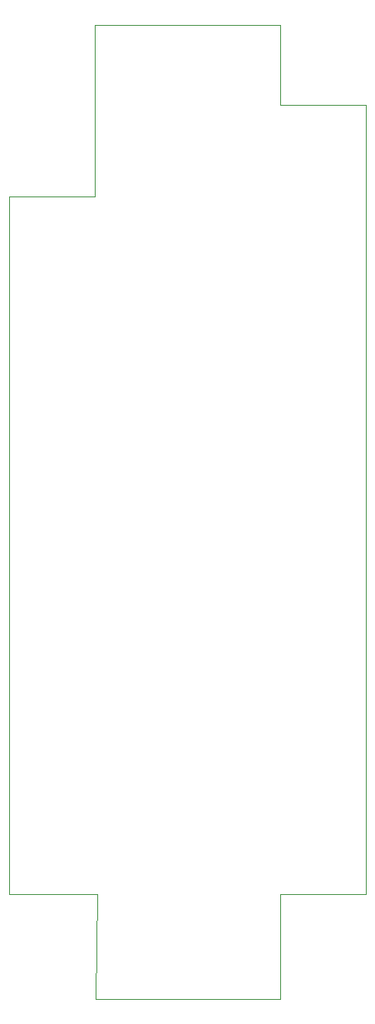
<source format=gbr>
%TF.GenerationSoftware,KiCad,Pcbnew,(5.1.9)-1*%
%TF.CreationDate,2021-09-19T09:11:26-06:00*%
%TF.ProjectId,jett_station_select,6a657474-5f73-4746-9174-696f6e5f7365,rev?*%
%TF.SameCoordinates,Original*%
%TF.FileFunction,Profile,NP*%
%FSLAX46Y46*%
G04 Gerber Fmt 4.6, Leading zero omitted, Abs format (unit mm)*
G04 Created by KiCad (PCBNEW (5.1.9)-1) date 2021-09-19 09:11:26*
%MOMM*%
%LPD*%
G01*
G04 APERTURE LIST*
%TA.AperFunction,Profile*%
%ADD10C,0.050000*%
%TD*%
G04 APERTURE END LIST*
D10*
X141014450Y-50114199D02*
X141014450Y-67576699D01*
X159848550Y-58293000D02*
X159848550Y-50114199D01*
X159848550Y-149224999D02*
X159848550Y-138480799D01*
X159848550Y-138480799D02*
X168579800Y-138480799D01*
X132283201Y-138557000D02*
X141269332Y-138557000D01*
X168579800Y-58293000D02*
X159848550Y-58293000D01*
X168579800Y-138480799D02*
X168579800Y-58293000D01*
X159848550Y-50114199D02*
X141014450Y-50114199D01*
X132283201Y-67576699D02*
X132283201Y-138557000D01*
X141269332Y-138557000D02*
X141116617Y-149224999D01*
X141116617Y-149224999D02*
X159848550Y-149224999D01*
X141014450Y-67576699D02*
X132283201Y-67576699D01*
M02*

</source>
